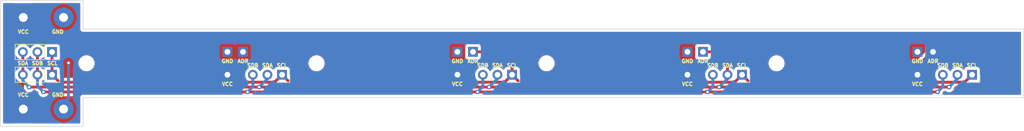
<source format=kicad_pcb>
(kicad_pcb (version 20211014) (generator pcbnew)
  (layers (0 "F.Cu" signal) (31 "B.Cu" signal) (34 "B.Paste" user) (35 "F.Paste" user) (36 "B.SilkS" user "B.Silkscreen") (37 "F.SilkS" user "F.Silkscreen") (38 "B.Mask" user) (39 "F.Mask" user) (44 "Edge.Cuts" user))
  (net 0 "")
  (net 1 "GND")
  (net 2 "VCC")
  (footprint "smallmountinghole:#2-56" (layer "F.Cu") (at 148.18411 46.832 180)
    (fp_text reference "H5" hide)
    (fp_text value "MountingHole" hide)
    (pad "" np_thru_hole circle (at 0 0 180) (size 1.8 1.8) (drill 1.8) (layers F&B.Cu *.Mask "User.1" "User.2"))
  )
  (footprint "smallmountinghole:#2-56" (layer "F.Cu") (at 108.18411 46.832 180)
    (fp_text reference "H2" hide)
    (fp_text value "MountingHole" hide)
    (pad "" np_thru_hole circle (at 0 0 180) (size 1.8 1.8) (drill 1.8) (layers F&B.Cu *.Mask "User.1" "User.2"))
  )
  (footprint "Connector_PinHeader_2.54mm:PinHeader_1x01_P2.54mm_Vertical" (layer "F.Cu") (at 172.68411 44.832 180)
    (fp_text reference "J12" hide)
    (fp_text value "Conn_01x01")
    (pad "1" thru_hole rect locked (at 0 0 180) (size 1.7 1.7) (drill 1) (layers *.Cu *.Mask) (net 1 "GND"))
  )
  (footprint "Connector_PinHeader_2.54mm:PinHeader_1x01_P2.54mm_Vertical" (layer "F.Cu") (at 92.68411 44.832 180)
    (fp_text reference "J4" hide)
    (fp_text value "Conn_01x01")
    (pad "1" thru_hole rect locked (at 0 0 180) (size 1.7 1.7) (drill 1) (layers *.Cu *.Mask) (net 1 "GND"))
  )
  (footprint "Connector_Wire:SolderWire-0.75sqmm_1x02_P7mm_D1.25mm_OD3.5mm" (layer "F.Cu") (at 57.18411 38.832)
    (fp_text reference "J17" hide)
    (fp_text value "Conn_01x02")
    (pad "1" thru_hole roundrect (at 0 0) (size 3.5 3.5) (drill 1.55) (layers *.Cu *.Mask) (roundrect_rratio 0.07142914286) (net 2 "VCC"))
    (pad "2" thru_hole circle (at 7 0) (size 3.5 3.5) (drill 1.55) (layers *.Cu *.Mask) (net 1 "GND"))
  )
  (footprint "Connector_PinHeader_2.54mm:PinHeader_1x01_P2.54mm_Vertical" (layer "F.Cu") (at 132.68411 48.832 180)
    (fp_text reference "J5" hide)
    (fp_text value "Conn_01x01")
    (pad "1" thru_hole rect locked (at 0 0 180) (size 1.7 1.7) (drill 1) (layers *.Cu *.Mask) (net 2 "VCC"))
  )
  (footprint "Connector_PinHeader_2.54mm:PinHeader_1x01_P2.54mm_Vertical" (layer "F.Cu") (at 172.68411 48.832 180)
    (fp_text reference "J9" hide)
    (fp_text value "Conn_01x01")
    (pad "1" thru_hole rect locked (at 0 0 180) (size 1.7 1.7) (drill 1) (layers *.Cu *.Mask) (net 2 "VCC"))
  )
  (footprint "Connector_PinSocket_2.54mm:PinSocket_1x03_P2.54mm_Vertical" (layer "F.Cu") (at 142.18411 48.832 -90)
    (fp_text reference "J6" hide)
    (fp_text value "Conn_01x03")
    (fp_line (start 0 -1.33) (end 1.33 -1.33) (layer "F.SilkS") (width 0.12))
    (fp_line (start 1.33 -1.33) (end 1.33 0) (layer "F.SilkS") (width 0.12))
    (pad "1" thru_hole rect locked (at 0 0 270) (size 1.7 1.7) (drill 1) (layers *.Cu *.Mask))
    (pad "2" thru_hole oval locked (at 0 2.54 270) (size 1.7 1.7) (drill 1) (layers *.Cu *.Mask))
    (pad "3" thru_hole oval locked (at 0 5.08 270) (size 1.7 1.7) (drill 1) (layers *.Cu *.Mask))
  )
  (footprint "Connector_PinHeader_2.54mm:PinHeader_1x01_P2.54mm_Vertical" (layer "F.Cu") (at 212.68411 48.832 180)
    (fp_text reference "J13" hide)
    (fp_text value "Conn_01x01")
    (pad "1" thru_hole rect locked (at 0 0 180) (size 1.7 1.7) (drill 1) (layers *.Cu *.Mask) (net 2 "VCC"))
  )
  (footprint "Connector_PinHeader_2.54mm:PinHeader_1x01_P2.54mm_Vertical" (layer "F.Cu") (at 92.68411 48.832 180)
    (fp_text reference "J1" hide)
    (fp_text value "Conn_01x01")
    (pad "1" thru_hole rect locked (at 0 0 180) (size 1.7 1.7) (drill 1) (layers *.Cu *.Mask) (net 2 "VCC"))
  )
  (footprint "Connector_PinSocket_2.54mm:PinSocket_1x03_P2.54mm_Vertical" (layer "F.Cu") (at 102.18411 48.832 -90)
    (fp_text reference "J2" hide)
    (fp_text value "Conn_01x03")
    (fp_line (start 1.33 -1.33) (end 1.33 0) (layer "F.SilkS") (width 0.12))
    (fp_line (start 0 -1.33) (end 1.33 -1.33) (layer "F.SilkS") (width 0.12))
    (pad "1" thru_hole rect locked (at 0 0 270) (size 1.7 1.7) (drill 1) (layers *.Cu *.Mask))
    (pad "2" thru_hole oval locked (at 0 2.54 270) (size 1.7 1.7) (drill 1) (layers *.Cu *.Mask))
    (pad "3" thru_hole oval locked (at 0 5.08 270) (size 1.7 1.7) (drill 1) (layers *.Cu *.Mask))
  )
  (footprint "smallmountinghole:#2-56" (layer "F.Cu") (at 188.18411 46.832 180)
    (fp_text reference "H7" hide)
    (fp_text value "MountingHole" hide)
    (pad "" np_thru_hole circle (at 0 0 180) (size 1.8 1.8) (drill 1.8) (layers F&B.Cu *.Mask "User.1" "User.2"))
  )
  (footprint "Connector_PinHeader_2.54mm:PinHeader_1x01_P2.54mm_Vertical" (layer "F.Cu") (at 135.3853 44.832)
    (fp_text reference "J7" hide)
    (fp_text value "Conn_01x01")
    (pad "1" thru_hole rect (at 0 0) (size 1.7 1.7) (drill 1) (layers *.Cu *.Mask))
  )
  (footprint "Connector_PinSocket_2.54mm:PinSocket_1x03_P2.54mm_Vertical" (layer "F.Cu") (at 62.18411 48.832 -90)
    (fp_text reference "J18" hide)
    (fp_text value "Conn_01x03")
    (fp_line (start 1.33 -1.33) (end 1.33 0) (layer "F.SilkS") (width 0.12))
    (fp_line (start 1.33 1.27) (end 1.33 6.41) (layer "F.SilkS") (width 0.12))
    (fp_line (start -1.33 1.27) (end -1.33 6.41) (layer "F.SilkS") (width 0.12))
    (fp_line (start -1.33 6.41) (end 1.33 6.41) (layer "F.SilkS") (width 0.12))
    (fp_line (start -1.33 1.27) (end 1.33 1.27) (layer "F.SilkS") (width 0.12))
    (fp_line (start 0 -1.33) (end 1.33 -1.33) (layer "F.SilkS") (width 0.12))
    (pad "1" thru_hole rect (at 0 0 270) (size 1.7 1.7) (drill 1) (layers *.Cu *.Mask))
    (pad "2" thru_hole oval (at 0 2.54 270) (size 1.7 1.7) (drill 1) (layers *.Cu *.Mask))
    (pad "3" thru_hole oval (at 0 5.08 270) (size 1.7 1.7) (drill 1) (layers *.Cu *.Mask))
  )
  (footprint "Connector_Wire:SolderWire-0.75sqmm_1x02_P7mm_D1.25mm_OD3.5mm" (layer "F.Cu") (at 57.18411 54.832)
    (fp_text reference "J19" hide)
    (fp_text value "Conn_01x02")
    (pad "1" thru_hole roundrect (at 0 0) (size 3.5 3.5) (drill 1.55) (layers *.Cu *.Mask) (roundrect_rratio 0.07142914286) (net 2 "VCC"))
    (pad "2" thru_hole circle (at 7 0) (size 3.5 3.5) (drill 1.55) (layers *.Cu *.Mask) (net 1 "GND"))
  )
  (footprint "Connector_PinHeader_2.54mm:PinHeader_1x01_P2.54mm_Vertical" (layer "F.Cu") (at 132.68411 44.832 180)
    (fp_text reference "J8" hide)
    (fp_text value "Conn_01x01")
    (pad "1" thru_hole rect locked (at 0 0 180) (size 1.7 1.7) (drill 1) (layers *.Cu *.Mask) (net 1 "GND"))
  )
  (footprint "smallmountinghole:#2-56" (layer "F.Cu") (at 68.18411 46.832 180)
    (fp_text reference "H1" hide)
    (fp_text value "MountingHole" hide)
    (pad "" np_thru_hole circle (at 0 0 180) (size 1.8 1.8) (drill 1.8) (layers F&B.Cu *.Mask "User.1" "User.2"))
  )
  (footprint "Connector_PinSocket_2.54mm:PinSocket_1x03_P2.54mm_Vertical" (layer "F.Cu") (at 222.18411 48.832 -90)
    (fp_text reference "J14" hide)
    (fp_text value "Conn_01x03")
    (fp_line (start 0 -1.33) (end 1.33 -1.33) (layer "F.SilkS") (width 0.12))
    (fp_line (start 1.33 -1.33) (end 1.33 0) (layer "F.SilkS") (width 0.12))
    (pad "1" thru_hole rect locked (at 0 0 270) (size 1.7 1.7) (drill 1) (layers *.Cu *.Mask))
    (pad "2" thru_hole oval locked (at 0 2.54 270) (size 1.7 1.7) (drill 1) (layers *.Cu *.Mask))
    (pad "3" thru_hole oval locked (at 0 5.08 270) (size 1.7 1.7) (drill 1) (layers *.Cu *.Mask))
  )
  (footprint "Connector_PinHeader_2.54mm:PinHeader_1x01_P2.54mm_Vertical" (layer "F.Cu") (at 175.3853 44.832)
    (fp_text reference "J11" hide)
    (fp_text value "Conn_01x01")
    (pad "1" thru_hole rect (at 0 0) (size 1.7 1.7) (drill 1) (layers *.Cu *.Mask))
  )
  (footprint "Connector_PinHeader_2.54mm:PinHeader_1x01_P2.54mm_Vertical" (layer "F.Cu") (at 95.3853 44.832)
    (fp_text reference "J3" hide)
    (fp_text value "Conn_01x01")
    (pad "1" thru_hole rect (at 0 0) (size 1.7 1.7) (drill 1) (layers *.Cu *.Mask) (net 1 "GND"))
  )
  (footprint "Connector_PinSocket_2.54mm:PinSocket_1x03_P2.54mm_Vertical" (layer "F.Cu") (at 62.18411 44.857 -90)
    (fp_text reference "J20" hide)
    (fp_text value "Conn_01x03")
    (fp_line (start -1.33 1.27) (end 1.33 1.27) (layer "F.SilkS") (width 0.12))
    (fp_line (start 0 -1.33) (end 1.33 -1.33) (layer "F.SilkS") (width 0.12))
    (fp_line (start 1.33 1.27) (end 1.33 6.41) (layer "F.SilkS") (width 0.12))
    (fp_line (start -1.33 1.27) (end -1.33 6.41) (layer "F.SilkS") (width 0.12))
    (fp_line (start -1.33 6.41) (end 1.33 6.41) (layer "F.SilkS") (width 0.12))
    (fp_line (start 1.33 -1.33) (end 1.33 0) (layer "F.SilkS") (width 0.12))
    (pad "1" thru_hole rect (at 0 0 270) (size 1.7 1.7) (drill 1) (layers *.Cu *.Mask))
    (pad "2" thru_hole oval (at 0 2.54 270) (size 1.7 1.7) (drill 1) (layers *.Cu *.Mask))
    (pad "3" thru_hole oval (at 0 5.08 270) (size 1.7 1.7) (drill 1) (layers *.Cu *.Mask))
  )
  (footprint "Connector_PinHeader_2.54mm:PinHeader_1x01_P2.54mm_Vertical" (layer "F.Cu") (at 215.3853 44.832)
    (fp_text reference "J15" hide)
    (fp_text value "Conn_01x01")
    (pad "1" thru_hole rect (at 0 0) (size 1.7 1.7) (drill 1) (layers *.Cu *.Mask) (net 2 "VCC"))
  )
  (footprint "Connector_PinSocket_2.54mm:PinSocket_1x03_P2.54mm_Vertical" (layer "F.Cu") (at 182.18411 48.832 -90)
    (fp_text reference "J10" hide)
    (fp_text value "Conn_01x03")
    (fp_line (start 0 -1.33) (end 1.33 -1.33) (layer "F.SilkS") (width 0.12))
    (fp_line (start 1.33 -1.33) (end 1.33 0) (layer "F.SilkS") (width 0.12))
    (pad "1" thru_hole rect locked (at 0 0 270) (size 1.7 1.7) (drill 1) (layers *.Cu *.Mask))
    (pad "2" thru_hole oval locked (at 0 2.54 270) (size 1.7 1.7) (drill 1) (layers *.Cu *.Mask))
    (pad "3" thru_hole oval locked (at 0 5.08 270) (size 1.7 1.7) (drill 1) (layers *.Cu *.Mask))
  )
  (footprint "Connector_PinHeader_2.54mm:PinHeader_1x01_P2.54mm_Vertical" (layer "F.Cu") (at 212.68411 44.832 180)
    (fp_text reference "J16" hide)
    (fp_text value "Conn_01x01")
    (pad "1" thru_hole rect locked (at 0 0 180) (size 1.7 1.7) (drill 1) (layers *.Cu *.Mask) (net 1 "GND"))
  )
  (gr_line (start 67.58411 35.832) (end 53.18411 35.832) (layer "Edge.Cuts") (width 0.1))
  (gr_line (start 67.58411 57.832) (end 53.18411 57.832) (layer "Edge.Cuts") (width 0.1))
  (gr_line (start 67.58411 52.832) (end 67.58411 57.832) (layer "Edge.Cuts") (width 0.1))
  (gr_line (start 67.58411 40.832) (end 67.58411 35.832) (layer "Edge.Cuts") (width 0.1))
  (gr_line (start 53.18411 35.832) (end 53.18411 57.832) (layer "Edge.Cuts") (width 0.1))
  (gr_line (start 231.18411 52.832) (end 231.18411 40.832) (layer "Edge.Cuts") (width 0.1))
  (gr_line (start 67.58411 52.832) (end 231.18411 52.832) (layer "Edge.Cuts") (width 0.1))
  (gr_line (start 231.18411 40.832) (end 67.58411 40.832) (layer "Edge.Cuts") (width 0.1))
  (gr_text "SDA" (at 219.64411 47.207) (layer "F.SilkS") (effects (font (size 0.65 0.65) (thickness 0.1625))))
  (gr_text "SDB" (at 97.10411 47.207) (layer "F.SilkS") (effects (font (size 0.65 0.65) (thickness 0.1625))))
  (gr_text "SDB" (at 59.64411 46.832) (layer "F.SilkS") (effects (font (size 0.65 0.65) (thickness 0.1625))))
  (gr_text "GND" (at 172.68411 46.457) (layer "F.SilkS") (effects (font (size 0.65 0.65) (thickness 0.1625))))
  (gr_text "GND" (at 132.68411 46.457) (layer "F.SilkS") (effects (font (size 0.65 0.65) (thickness 0.1625))))
  (gr_text "SDA" (at 139.64411 47.207) (layer "F.SilkS") (effects (font (size 0.65 0.65) (thickness 0.1625))))
  (gr_text "SDB" (at 217.10411 47.207) (layer "F.SilkS") (effects (font (size 0.65 0.65) (thickness 0.1625))))
  (gr_text "ADR" (at 135.3853 46.457) (layer "F.SilkS") (effects (font (size 0.65 0.65) (thickness 0.1625))))
  (gr_text "ADR" (at 95.3853 46.457) (layer "F.SilkS") (effects (font (size 0.65 0.65) (thickness 0.1625))))
  (gr_text "SCL" (at 222.18411 47.207) (layer "F.SilkS") (effects (font (size 0.65 0.65) (thickness 0.1625))))
  (gr_text "GND" (at 63.18411 52.332) (layer "F.SilkS") (effects (font (size 0.65 0.65) (thickness 0.1625))))
  (gr_text "SDA" (at 99.64411 47.207) (layer "F.SilkS") (effects (font (size 0.65 0.65) (thickness 0.1625))))
  (gr_text "VCC" (at 172.68097 50.452376) (layer "F.SilkS") (effects (font (size 0.65 0.65) (thickness 0.1625))))
  (gr_text "SCL" (at 62.26411 46.832) (layer "F.SilkS") (effects (font (size 0.65 0.65) (thickness 0.1625))))
  (gr_text "SCL" (at 182.18411 47.207) (layer "F.SilkS") (effects (font (size 0.65 0.65) (thickness 0.1625))))
  (gr_text "GND" (at 92.68411 46.457) (layer "F.SilkS") (effects (font (size 0.65 0.65) (thickness 0.1625))))
  (gr_text "VCC" (at 212.68097 50.452376) (layer "F.SilkS") (effects (font (size 0.65 0.65) (thickness 0.1625))))
  (gr_text "SDB" (at 137.10411 47.207) (layer "F.SilkS") (effects (font (size 0.65 0.65) (thickness 0.1625))))
  (gr_text "VCC" (at 132.68097 50.452376) (layer "F.SilkS") (effects (font (size 0.65 0.65) (thickness 0.1625))))
  (gr_text "SDA" (at 57.10411 46.832) (layer "F.SilkS") (effects (font (size 0.65 0.65) (thickness 0.1625))))
  (gr_text "ADR" (at 175.3853 46.457) (layer "F.SilkS") (effects (font (size 0.65 0.65) (thickness 0.1625))))
  (gr_text "SDB" (at 177.10411 47.207) (layer "F.SilkS") (effects (font (size 0.65 0.65) (thickness 0.1625))))
  (gr_text "VCC" (at 57.18411 52.332) (layer "F.SilkS") (effects (font (size 0.65 0.65) (thickness 0.1625))))
  (gr_text "VCC" (at 57.18411 41.332) (layer "F.SilkS") (effects (font (size 0.65 0.65) (thickness 0.1625))))
  (gr_text "VCC" (at 92.68411 50.457) (layer "F.SilkS") (effects (font (size 0.65 0.65) (thickness 0.1625))))
  (gr_text "SDA" (at 179.64411 47.207) (layer "F.SilkS") (effects (font (size 0.65 0.65) (thickness 0.1625))))
  (gr_text "SCL" (at 102.18411 47.207) (layer "F.SilkS") (effects (font (size 0.65 0.65) (thickness 0.1625))))
  (gr_text "SCL" (at 142.18411 47.207) (layer "F.SilkS") (effects (font (size 0.65 0.65) (thickness 0.1625))))
  (gr_text "GND" (at 63.18411 41.332) (layer "F.SilkS") (effects (font (size 0.65 0.65) (thickness 0.1625))))
  (gr_text "GND" (at 212.68411 46.457) (layer "F.SilkS") (effects (font (size 0.65 0.65) (thickness 0.1625))))
  (gr_text "ADR" (at 215.3853 46.457) (layer "F.SilkS") (effects (font (size 0.65 0.65) (thickness 0.1625))))
  (segment (start 178.18411 50.981011) (end 138.19911 50.981011) (width 0.5) (layer "F.Cu") (net 0))
  (segment (start 183.483621 50.131511) (end 220.884599 50.131511) (width 0.5) (layer "F.Cu") (net 0))
  (segment (start 62.18411 48.832) (end 63.483621 50.131511) (width 0.5) (layer "F.Cu") (net 0))
  (segment (start 220.884599 50.131511) (end 222.18411 48.832) (width 0.5) (layer "F.Cu") (net 0))
  (segment (start 140.18411 44.832) (end 142.18411 46.832) (width 0.5) (layer "F.Cu") (net 0))
  (segment (start 57.10411 48.832) (end 57.10411 44.857) (width 0.5) (layer "F.Cu") (net 0))
  (segment (start 176.176499 51.832) (end 136.18411 51.832) (width 0.5) (layer "F.Cu") (net 0))
  (segment (start 143.483621 50.131511) (end 180.884599 50.131511) (width 0.5) (layer "F.Cu") (net 0))
  (segment (start 135.3853 44.832) (end 140.18411 44.832) (width 0.5) (layer "F.Cu") (net 0))
  (segment (start 100.884599 50.131511) (end 102.18411 48.832) (width 0.5) (layer "F.Cu") (net 0))
  (segment (start 59.64411 48.832) (end 59.64411 44.857) (width 0.5) (layer "F.Cu") (net 0))
  (segment (start 142.18411 46.832) (end 142.18411 48.832) (width 0.5) (layer "F.Cu") (net 0))
  (segment (start 63.483621 50.131511) (end 100.884599 50.131511) (width 0.5) (layer "F.Cu") (net 0))
  (segment (start 138.18411 50.981011) (end 98.19911 50.981011) (width 0.5) (layer "F.Cu") (net 0))
  (segment (start 136.176499 51.832) (end 96.18411 51.832) (width 0.5) (layer "F.Cu") (net 0))
  (segment (start 178.18411 44.832) (end 179.64411 46.292) (width 0.5) (layer "F.Cu") (net 0))
  (segment (start 218.18411 50.981011) (end 178.19911 50.981011) (width 0.5) (layer "F.Cu") (net 0))
  (segment (start 102.18411 48.832) (end 103.483621 50.131511) (width 0.5) (layer "F.Cu") (net 0))
  (segment (start 180.884599 50.131511) (end 182.18411 48.832) (width 0.5) (layer "F.Cu") (net 0))
  (segment (start 140.884599 50.131511) (end 142.18411 48.832) (width 0.5) (layer "F.Cu") (net 0))
  (segment (start 136.179579 51.82892) (end 136.176499 51.832) (width 0.5) (layer "F.Cu") (net 0))
  (segment (start 176.18411 51.832) (end 216.179579 51.832) (width 0.5) (layer "F.Cu") (net 0))
  (segment (start 182.18411 48.832) (end 183.483621 50.131511) (width 0.5) (layer "F.Cu") (net 0))
  (segment (start 175.3853 44.832) (end 178.18411 44.832) (width 0.5) (layer "F.Cu") (net 0))
  (segment (start 142.18411 48.832) (end 143.483621 50.131511) (width 0.5) (layer "F.Cu") (net 0))
  (segment (start 62.18411 48.832) (end 62.18411 44.857) (width 0.5) (layer "F.Cu") (net 0))
  (segment (start 103.483621 50.131511) (end 140.884599 50.131511) (width 0.5) (layer "F.Cu") (net 0))
  (segment (start 96.176499 51.832) (end 60.68411 51.832) (width 0.5) (layer "F.Cu") (net 0))
  (segment (start 98.18411 50.981011) (end 58.19911 50.981011) (width 0.5) (layer "F.Cu") (net 0))
  (segment (start 179.64411 46.292) (end 179.64411 48.832) (width 0.5) (layer "F.Cu") (net 0))
  (via (at 96.18411 51.832) (size 0.8) (drill 0.4) (layers "F.Cu" "B.Cu") (net 0))
  (via (at 98.19911 50.981011) (size 0.8) (drill 0.4) (layers "F.Cu" "B.Cu") (net 0))
  (via (at 58.19911 50.981011) (size 0.8) (drill 0.4) (layers "F.Cu" "B.Cu") (net 0))
  (via (at 178.19911 50.981011) (size 0.8) (drill 0.4) (layers "F.Cu" "B.Cu") (net 0))
  (via (at 138.18411 50.981011) (size 0.8) (drill 0.4) (layers "F.Cu" "B.Cu") (net 0))
  (via (at 136.179579 51.832) (size 0.8) (drill 0.4) (layers "F.Cu" "B.Cu") (net 0))
  (via (at 60.68411 51.832) (size 0.8) (drill 0.4) (layers "F.Cu" "B.Cu") (net 0))
  (via (at 218.18411 50.981011) (size 0.8) (drill 0.4) (layers "F.Cu" "B.Cu") (net 0))
  (via (at 176.18411 51.832) (size 0.8) (drill 0.4) (layers "F.Cu" "B.Cu") (net 0))
  (via (at 216.179579 51.832) (size 0.8) (drill 0.4) (layers "F.Cu" "B.Cu") (net 0))
  (segment (start 59.64411 50.792) (end 60.68411 51.832) (width 0.5) (layer "B.Cu") (net 0))
  (segment (start 97.10411 48.832) (end 97.10411 50.912) (width 0.5) (layer "B.Cu") (net 0))
  (segment (start 137.099579 50.90892) (end 136.179579 51.82892) (width 0.5) (layer "B.Cu") (net 0))
  (segment (start 139.64411 49.521011) (end 138.18411 50.981011) (width 0.5) (layer "B.Cu") (net 0))
  (segment (start 219.64411 49.521011) (end 218.18411 50.981011) (width 0.5) (layer "B.Cu") (net 0))
  (segment (start 137.099579 48.82892) (end 137.099579 50.90892) (width 0.5) (layer "B.Cu") (net 0))
  (segment (start 179.65911 49.521011) (end 178.19911 50.981011) (width 0.5) (layer "B.Cu") (net 0))
  (segment (start 99.65911 48.832) (end 99.65911 49.521011) (width 0.5) (layer "B.Cu") (net 0))
  (segment (start 177.10411 48.832) (end 177.10411 50.912) (width 0.5) (layer "B.Cu") (net 0))
  (segment (start 217.099579 48.82892) (end 217.099579 50.90892) (width 0.5) (layer "B.Cu") (net 0))
  (segment (start 177.10411 50.912) (end 176.18411 51.832) (width 0.5) (layer "B.Cu") (net 0))
  (segment (start 57.10411 48.832) (end 57.10411 49.886011) (width 0.5) (layer "B.Cu") (net 0))
  (segment (start 59.64411 48.832) (end 59.64411 50.792) (width 0.5) (layer "B.Cu") (net 0))
  (segment (start 57.10411 49.886011) (end 58.19911 50.981011) (width 0.5) (layer "B.Cu") (net 0))
  (segment (start 219.64411 48.832) (end 219.64411 49.521011) (width 0.5) (layer "B.Cu") (net 0))
  (segment (start 217.099579 50.90892) (end 216.179579 51.82892) (width 0.5) (layer "B.Cu") (net 0))
  (segment (start 97.10411 50.912) (end 96.18411 51.832) (width 0.5) (layer "B.Cu") (net 0))
  (segment (start 139.64411 48.832) (end 139.64411 49.521011) (width 0.5) (layer "B.Cu") (net 0))
  (segment (start 99.65911 49.521011) (end 98.19911 50.981011) (width 0.5) (layer "B.Cu") (net 0))
  (segment (start 179.65911 48.832) (end 179.65911 49.521011) (width 0.5) (layer "B.Cu") (net 0))
  (segment (start 95.3853 44.832) (end 92.68411 44.832) (width 0.5) (layer "F.Cu") (net 1))
  (via (at 65.04411 46.772) (size 0.8) (drill 0.4) (layers "F.Cu" "B.Cu") (net 1))
  (segment (start 63.18411 54.832) (end 65.04411 52.972) (width 0.5) (layer "B.Cu") (net 1))
  (segment (start 65.04411 52.972) (end 65.04411 46.772) (width 0.5) (layer "B.Cu") (net 1))
  (segment (start 212.68411 48.832) (end 212.68411 47.332) (width 0.5) (layer "F.Cu") (net 2))
  (segment (start 212.68411 47.332) (end 215.18411 44.832) (width 0.5) (layer "F.Cu") (net 2))
  (zone (net 1) (net_name "GND") (layer "F.Cu") (connect_pads yes (clearance 0.508)) (min_thickness 0.254) (fill yes (thermal_gap 0.508) (thermal_bridge_width 0.508))
    (polygon (pts (xy 231.18411 52.832) (xy 70.18411 57.832) (xy 53.18411 57.832) (xy 53.18411 35.832) (xy 68.18411 35.832) (xy 231.18411 40.832)))
  )
  (zone (net 2) (net_name "VCC") (layer "B.Cu") (connect_pads yes (clearance 0.508)) (min_thickness 0.254) (fill yes (thermal_gap 0.508) (thermal_bridge_width 0.508))
    (polygon (pts (xy 231.18411 52.832) (xy 69.685135 57.832) (xy 53.18411 57.832) (xy 53.18411 35.832) (xy 68.68411 35.832) (xy 231.18411 40.832)))
  )
)
</source>
